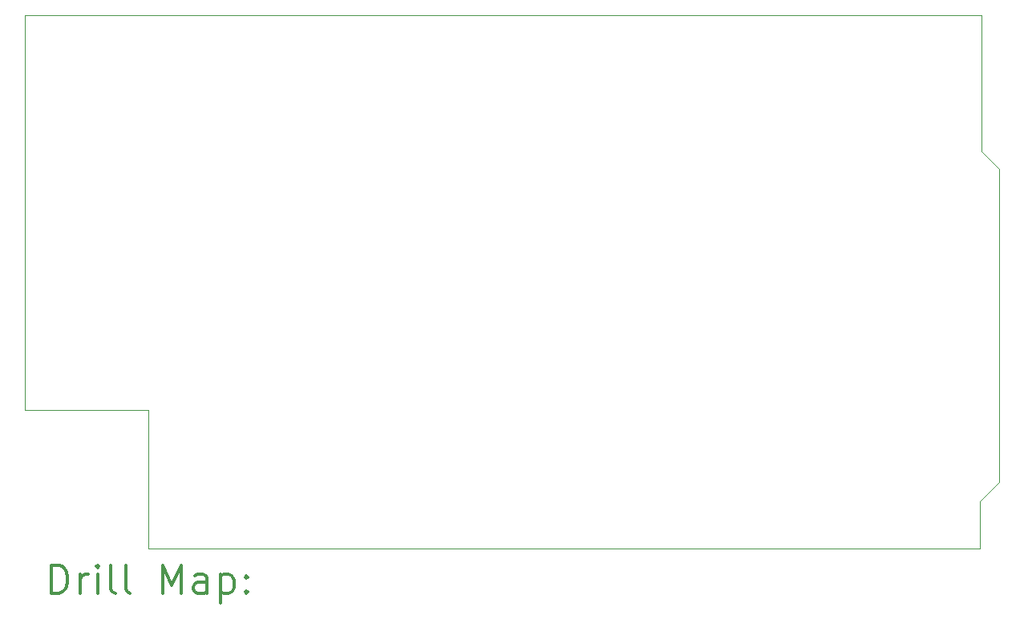
<source format=gbr>
%FSLAX45Y45*%
G04 Gerber Fmt 4.5, Leading zero omitted, Abs format (unit mm)*
G04 Created by KiCad (PCBNEW (5.1.0-0)) date 2019-04-24 12:07:12*
%MOMM*%
%LPD*%
G04 APERTURE LIST*
%ADD10C,0.100000*%
%ADD11C,0.200000*%
%ADD12C,0.300000*%
G04 APERTURE END LIST*
D10*
X8540000Y-6700000D02*
X8540000Y-6785000D01*
X18640000Y-6700000D02*
X8540000Y-6700000D01*
X18640000Y-8140000D02*
X18640000Y-6700000D01*
X18825000Y-8325000D02*
X18640000Y-8140000D01*
X18825000Y-11640000D02*
X18825000Y-8325000D01*
X18625000Y-11845000D02*
X18825000Y-11640000D01*
X18625000Y-12345000D02*
X18625000Y-11845000D01*
X9845000Y-12345000D02*
X18625000Y-12345000D01*
X9845000Y-10875000D02*
X9845000Y-12345000D01*
X8540000Y-10880000D02*
X9845000Y-10880000D01*
X8540000Y-6785000D02*
X8540000Y-10880000D01*
D11*
D12*
X8821428Y-12815714D02*
X8821428Y-12515714D01*
X8892857Y-12515714D01*
X8935714Y-12530000D01*
X8964286Y-12558571D01*
X8978571Y-12587143D01*
X8992857Y-12644286D01*
X8992857Y-12687143D01*
X8978571Y-12744286D01*
X8964286Y-12772857D01*
X8935714Y-12801429D01*
X8892857Y-12815714D01*
X8821428Y-12815714D01*
X9121428Y-12815714D02*
X9121428Y-12615714D01*
X9121428Y-12672857D02*
X9135714Y-12644286D01*
X9150000Y-12630000D01*
X9178571Y-12615714D01*
X9207143Y-12615714D01*
X9307143Y-12815714D02*
X9307143Y-12615714D01*
X9307143Y-12515714D02*
X9292857Y-12530000D01*
X9307143Y-12544286D01*
X9321428Y-12530000D01*
X9307143Y-12515714D01*
X9307143Y-12544286D01*
X9492857Y-12815714D02*
X9464286Y-12801429D01*
X9450000Y-12772857D01*
X9450000Y-12515714D01*
X9650000Y-12815714D02*
X9621428Y-12801429D01*
X9607143Y-12772857D01*
X9607143Y-12515714D01*
X9992857Y-12815714D02*
X9992857Y-12515714D01*
X10092857Y-12730000D01*
X10192857Y-12515714D01*
X10192857Y-12815714D01*
X10464286Y-12815714D02*
X10464286Y-12658571D01*
X10450000Y-12630000D01*
X10421428Y-12615714D01*
X10364286Y-12615714D01*
X10335714Y-12630000D01*
X10464286Y-12801429D02*
X10435714Y-12815714D01*
X10364286Y-12815714D01*
X10335714Y-12801429D01*
X10321428Y-12772857D01*
X10321428Y-12744286D01*
X10335714Y-12715714D01*
X10364286Y-12701429D01*
X10435714Y-12701429D01*
X10464286Y-12687143D01*
X10607143Y-12615714D02*
X10607143Y-12915714D01*
X10607143Y-12630000D02*
X10635714Y-12615714D01*
X10692857Y-12615714D01*
X10721428Y-12630000D01*
X10735714Y-12644286D01*
X10750000Y-12672857D01*
X10750000Y-12758571D01*
X10735714Y-12787143D01*
X10721428Y-12801429D01*
X10692857Y-12815714D01*
X10635714Y-12815714D01*
X10607143Y-12801429D01*
X10878571Y-12787143D02*
X10892857Y-12801429D01*
X10878571Y-12815714D01*
X10864286Y-12801429D01*
X10878571Y-12787143D01*
X10878571Y-12815714D01*
X10878571Y-12630000D02*
X10892857Y-12644286D01*
X10878571Y-12658571D01*
X10864286Y-12644286D01*
X10878571Y-12630000D01*
X10878571Y-12658571D01*
M02*

</source>
